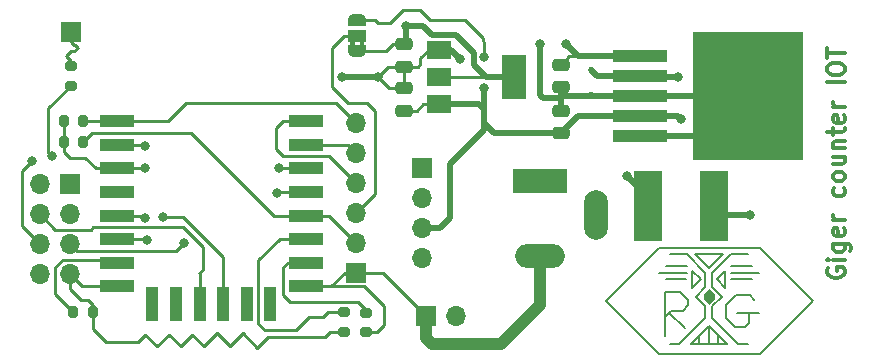
<source format=gbr>
%TF.GenerationSoftware,KiCad,Pcbnew,6.0.11-2627ca5db0~126~ubuntu20.04.1*%
%TF.CreationDate,2023-04-18T17:20:39+02:00*%
%TF.ProjectId,Giger-counter-addon,47696765-722d-4636-9f75-6e7465722d61,rev?*%
%TF.SameCoordinates,Original*%
%TF.FileFunction,Copper,L1,Top*%
%TF.FilePolarity,Positive*%
%FSLAX46Y46*%
G04 Gerber Fmt 4.6, Leading zero omitted, Abs format (unit mm)*
G04 Created by KiCad (PCBNEW 6.0.11-2627ca5db0~126~ubuntu20.04.1) date 2023-04-18 17:20:39*
%MOMM*%
%LPD*%
G01*
G04 APERTURE LIST*
G04 Aperture macros list*
%AMRoundRect*
0 Rectangle with rounded corners*
0 $1 Rounding radius*
0 $2 $3 $4 $5 $6 $7 $8 $9 X,Y pos of 4 corners*
0 Add a 4 corners polygon primitive as box body*
4,1,4,$2,$3,$4,$5,$6,$7,$8,$9,$2,$3,0*
0 Add four circle primitives for the rounded corners*
1,1,$1+$1,$2,$3*
1,1,$1+$1,$4,$5*
1,1,$1+$1,$6,$7*
1,1,$1+$1,$8,$9*
0 Add four rect primitives between the rounded corners*
20,1,$1+$1,$2,$3,$4,$5,0*
20,1,$1+$1,$4,$5,$6,$7,0*
20,1,$1+$1,$6,$7,$8,$9,0*
20,1,$1+$1,$8,$9,$2,$3,0*%
%AMFreePoly0*
4,1,22,0.550000,-0.750000,0.000000,-0.750000,0.000000,-0.745033,-0.079941,-0.743568,-0.215256,-0.701293,-0.333266,-0.622738,-0.424486,-0.514219,-0.481581,-0.384460,-0.499164,-0.250000,-0.500000,-0.250000,-0.500000,0.250000,-0.499164,0.250000,-0.499963,0.256109,-0.478152,0.396186,-0.417904,0.524511,-0.324060,0.630769,-0.204165,0.706417,-0.067858,0.745374,0.000000,0.744959,0.000000,0.750000,
0.550000,0.750000,0.550000,-0.750000,0.550000,-0.750000,$1*%
%AMFreePoly1*
4,1,20,0.000000,0.744959,0.073905,0.744508,0.209726,0.703889,0.328688,0.626782,0.421226,0.519385,0.479903,0.390333,0.500000,0.250000,0.500000,-0.250000,0.499851,-0.262216,0.476331,-0.402017,0.414519,-0.529596,0.319384,-0.634700,0.198574,-0.708877,0.061801,-0.746166,0.000000,-0.745033,0.000000,-0.750000,-0.550000,-0.750000,-0.550000,0.750000,0.000000,0.750000,0.000000,0.744959,
0.000000,0.744959,$1*%
G04 Aperture macros list end*
%ADD10C,0.300000*%
%TA.AperFunction,NonConductor*%
%ADD11C,0.300000*%
%TD*%
%TA.AperFunction,EtchedComponent*%
%ADD12C,0.150000*%
%TD*%
%TA.AperFunction,EtchedComponent*%
%ADD13C,0.100000*%
%TD*%
%TA.AperFunction,SMDPad,CuDef*%
%ADD14R,2.000000X1.500000*%
%TD*%
%TA.AperFunction,SMDPad,CuDef*%
%ADD15R,2.000000X3.800000*%
%TD*%
%TA.AperFunction,SMDPad,CuDef*%
%ADD16R,3.000000X1.000000*%
%TD*%
%TA.AperFunction,SMDPad,CuDef*%
%ADD17R,1.000000X3.000000*%
%TD*%
%TA.AperFunction,SMDPad,CuDef*%
%ADD18RoundRect,0.200000X0.200000X0.275000X-0.200000X0.275000X-0.200000X-0.275000X0.200000X-0.275000X0*%
%TD*%
%TA.AperFunction,SMDPad,CuDef*%
%ADD19RoundRect,0.200000X-0.275000X0.200000X-0.275000X-0.200000X0.275000X-0.200000X0.275000X0.200000X0*%
%TD*%
%TA.AperFunction,ComponentPad*%
%ADD20R,1.700000X1.700000*%
%TD*%
%TA.AperFunction,ComponentPad*%
%ADD21O,1.700000X1.700000*%
%TD*%
%TA.AperFunction,SMDPad,CuDef*%
%ADD22RoundRect,0.250000X0.475000X-0.250000X0.475000X0.250000X-0.475000X0.250000X-0.475000X-0.250000X0*%
%TD*%
%TA.AperFunction,SMDPad,CuDef*%
%ADD23RoundRect,0.200000X-0.200000X-0.275000X0.200000X-0.275000X0.200000X0.275000X-0.200000X0.275000X0*%
%TD*%
%TA.AperFunction,SMDPad,CuDef*%
%ADD24RoundRect,0.250000X-0.475000X0.250000X-0.475000X-0.250000X0.475000X-0.250000X0.475000X0.250000X0*%
%TD*%
%TA.AperFunction,ComponentPad*%
%ADD25R,4.600000X2.000000*%
%TD*%
%TA.AperFunction,ComponentPad*%
%ADD26O,4.200000X2.000000*%
%TD*%
%TA.AperFunction,ComponentPad*%
%ADD27O,2.000000X4.200000*%
%TD*%
%TA.AperFunction,SMDPad,CuDef*%
%ADD28RoundRect,0.200000X0.275000X-0.200000X0.275000X0.200000X-0.275000X0.200000X-0.275000X-0.200000X0*%
%TD*%
%TA.AperFunction,SMDPad,CuDef*%
%ADD29R,0.450000X0.600000*%
%TD*%
%TA.AperFunction,SMDPad,CuDef*%
%ADD30R,2.450000X5.900000*%
%TD*%
%TA.AperFunction,SMDPad,CuDef*%
%ADD31FreePoly0,90.000000*%
%TD*%
%TA.AperFunction,SMDPad,CuDef*%
%ADD32R,1.500000X1.000000*%
%TD*%
%TA.AperFunction,SMDPad,CuDef*%
%ADD33FreePoly1,90.000000*%
%TD*%
%TA.AperFunction,SMDPad,CuDef*%
%ADD34R,4.600000X1.100000*%
%TD*%
%TA.AperFunction,SMDPad,CuDef*%
%ADD35R,9.400000X10.800000*%
%TD*%
%TA.AperFunction,ViaPad*%
%ADD36C,0.800000*%
%TD*%
%TA.AperFunction,Conductor*%
%ADD37C,0.500000*%
%TD*%
%TA.AperFunction,Conductor*%
%ADD38C,0.250000*%
%TD*%
%TA.AperFunction,Conductor*%
%ADD39C,1.000000*%
%TD*%
G04 APERTURE END LIST*
D10*
D11*
X156222000Y-122359428D02*
X156150571Y-122502285D01*
X156150571Y-122716571D01*
X156222000Y-122930857D01*
X156364857Y-123073714D01*
X156507714Y-123145142D01*
X156793428Y-123216571D01*
X157007714Y-123216571D01*
X157293428Y-123145142D01*
X157436285Y-123073714D01*
X157579142Y-122930857D01*
X157650571Y-122716571D01*
X157650571Y-122573714D01*
X157579142Y-122359428D01*
X157507714Y-122288000D01*
X157007714Y-122288000D01*
X157007714Y-122573714D01*
X157650571Y-121645142D02*
X156650571Y-121645142D01*
X156150571Y-121645142D02*
X156222000Y-121716571D01*
X156293428Y-121645142D01*
X156222000Y-121573714D01*
X156150571Y-121645142D01*
X156293428Y-121645142D01*
X156650571Y-120288000D02*
X157864857Y-120288000D01*
X158007714Y-120359428D01*
X158079142Y-120430857D01*
X158150571Y-120573714D01*
X158150571Y-120788000D01*
X158079142Y-120930857D01*
X157579142Y-120288000D02*
X157650571Y-120430857D01*
X157650571Y-120716571D01*
X157579142Y-120859428D01*
X157507714Y-120930857D01*
X157364857Y-121002285D01*
X156936285Y-121002285D01*
X156793428Y-120930857D01*
X156722000Y-120859428D01*
X156650571Y-120716571D01*
X156650571Y-120430857D01*
X156722000Y-120288000D01*
X157579142Y-119002285D02*
X157650571Y-119145142D01*
X157650571Y-119430857D01*
X157579142Y-119573714D01*
X157436285Y-119645142D01*
X156864857Y-119645142D01*
X156722000Y-119573714D01*
X156650571Y-119430857D01*
X156650571Y-119145142D01*
X156722000Y-119002285D01*
X156864857Y-118930857D01*
X157007714Y-118930857D01*
X157150571Y-119645142D01*
X157650571Y-118288000D02*
X156650571Y-118288000D01*
X156936285Y-118288000D02*
X156793428Y-118216571D01*
X156722000Y-118145142D01*
X156650571Y-118002285D01*
X156650571Y-117859428D01*
X157579142Y-115573714D02*
X157650571Y-115716571D01*
X157650571Y-116002285D01*
X157579142Y-116145142D01*
X157507714Y-116216571D01*
X157364857Y-116288000D01*
X156936285Y-116288000D01*
X156793428Y-116216571D01*
X156722000Y-116145142D01*
X156650571Y-116002285D01*
X156650571Y-115716571D01*
X156722000Y-115573714D01*
X157650571Y-114716571D02*
X157579142Y-114859428D01*
X157507714Y-114930857D01*
X157364857Y-115002285D01*
X156936285Y-115002285D01*
X156793428Y-114930857D01*
X156722000Y-114859428D01*
X156650571Y-114716571D01*
X156650571Y-114502285D01*
X156722000Y-114359428D01*
X156793428Y-114288000D01*
X156936285Y-114216571D01*
X157364857Y-114216571D01*
X157507714Y-114288000D01*
X157579142Y-114359428D01*
X157650571Y-114502285D01*
X157650571Y-114716571D01*
X156650571Y-112930857D02*
X157650571Y-112930857D01*
X156650571Y-113573714D02*
X157436285Y-113573714D01*
X157579142Y-113502285D01*
X157650571Y-113359428D01*
X157650571Y-113145142D01*
X157579142Y-113002285D01*
X157507714Y-112930857D01*
X156650571Y-112216571D02*
X157650571Y-112216571D01*
X156793428Y-112216571D02*
X156722000Y-112145142D01*
X156650571Y-112002285D01*
X156650571Y-111788000D01*
X156722000Y-111645142D01*
X156864857Y-111573714D01*
X157650571Y-111573714D01*
X156650571Y-111073714D02*
X156650571Y-110502285D01*
X156150571Y-110859428D02*
X157436285Y-110859428D01*
X157579142Y-110788000D01*
X157650571Y-110645142D01*
X157650571Y-110502285D01*
X157579142Y-109430857D02*
X157650571Y-109573714D01*
X157650571Y-109859428D01*
X157579142Y-110002285D01*
X157436285Y-110073714D01*
X156864857Y-110073714D01*
X156722000Y-110002285D01*
X156650571Y-109859428D01*
X156650571Y-109573714D01*
X156722000Y-109430857D01*
X156864857Y-109359428D01*
X157007714Y-109359428D01*
X157150571Y-110073714D01*
X157650571Y-108716571D02*
X156650571Y-108716571D01*
X156936285Y-108716571D02*
X156793428Y-108645142D01*
X156722000Y-108573714D01*
X156650571Y-108430857D01*
X156650571Y-108288000D01*
X157650571Y-106645142D02*
X156150571Y-106645142D01*
X156150571Y-105645142D02*
X156150571Y-105359428D01*
X156222000Y-105216571D01*
X156364857Y-105073714D01*
X156650571Y-105002285D01*
X157150571Y-105002285D01*
X157436285Y-105073714D01*
X157579142Y-105216571D01*
X157650571Y-105359428D01*
X157650571Y-105645142D01*
X157579142Y-105788000D01*
X157436285Y-105930857D01*
X157150571Y-106002285D01*
X156650571Y-106002285D01*
X156364857Y-105930857D01*
X156222000Y-105788000D01*
X156150571Y-105645142D01*
X156150571Y-104573714D02*
X156150571Y-103716571D01*
X157650571Y-104145142D02*
X156150571Y-104145142D01*
D12*
%TO.C,REF\u002A\u002A*%
X147538000Y-122623000D02*
X147538000Y-124023000D01*
X149538000Y-126123000D02*
X149538000Y-127023000D01*
X143688000Y-124373000D02*
X144388000Y-125073000D01*
X146438000Y-126573000D02*
X148638000Y-128773000D01*
X145838000Y-125573000D02*
X145038000Y-124773000D01*
X144238000Y-122773000D02*
X141888000Y-122773000D01*
X142438000Y-124373000D02*
X142438000Y-128073000D01*
X141938000Y-129673000D02*
X137438000Y-125173000D01*
X144738000Y-122623000D02*
X144738000Y-124073000D01*
X145438000Y-123323000D02*
X144738000Y-122623000D01*
X146438000Y-126573000D02*
X146438000Y-125573000D01*
X147338000Y-121173000D02*
X146138000Y-122373000D01*
X150438000Y-120673000D02*
X154938000Y-125173000D01*
X146838000Y-123323000D02*
X147538000Y-122623000D01*
X146838000Y-123323000D02*
X147538000Y-124023000D01*
X141938000Y-120673000D02*
X150438000Y-120673000D01*
X150438000Y-129673000D02*
X141938000Y-129673000D01*
X148038000Y-123273000D02*
X149788000Y-123273000D01*
X145338000Y-128073000D02*
X145338000Y-128773000D01*
X144238000Y-122223000D02*
X142488000Y-122223000D01*
X142788000Y-126123000D02*
X144138000Y-127473000D01*
X148038000Y-122773000D02*
X150388000Y-122773000D01*
X149588000Y-124673000D02*
X149988000Y-125073000D01*
X145838000Y-122773000D02*
X144238000Y-121173000D01*
X148388000Y-124673000D02*
X149588000Y-124673000D01*
X146438000Y-125573000D02*
X147238000Y-124773000D01*
X144388000Y-125523000D02*
X143938000Y-125973000D01*
X147638000Y-128773000D02*
X144638000Y-128773000D01*
X144238000Y-121173000D02*
X142838000Y-121173000D01*
X148338000Y-127373000D02*
X147588000Y-126623000D01*
X146138000Y-127273000D02*
X144638000Y-128773000D01*
X144738000Y-124073000D02*
X145438000Y-123323000D01*
X142938000Y-125973000D02*
X142438000Y-126473000D01*
X137438000Y-125173000D02*
X141938000Y-120673000D01*
X146138000Y-122373000D02*
X144938000Y-121173000D01*
X144388000Y-125073000D02*
X144388000Y-125523000D01*
X147238000Y-124773000D02*
X146438000Y-123973000D01*
X154938000Y-125173000D02*
X150438000Y-129673000D01*
X149188000Y-127373000D02*
X148338000Y-127373000D01*
X142438000Y-124373000D02*
X143688000Y-124373000D01*
X148038000Y-121173000D02*
X149438000Y-121173000D01*
X147588000Y-126623000D02*
X147588000Y-125473000D01*
X145038000Y-124773000D02*
X145838000Y-123973000D01*
X144188000Y-123273000D02*
X142488000Y-123273000D01*
X145838000Y-126573000D02*
X145838000Y-125573000D01*
X148638000Y-128773000D02*
X149438000Y-128773000D01*
X143638000Y-128773000D02*
X142838000Y-128773000D01*
X147638000Y-128773000D02*
X146138000Y-127273000D01*
X146438000Y-122773000D02*
X148038000Y-121173000D01*
X150338000Y-126123000D02*
X148538000Y-126123000D01*
X146138000Y-127323000D02*
X146138000Y-128773000D01*
X146888000Y-128773000D02*
X146888000Y-128073000D01*
X149538000Y-127023000D02*
X149188000Y-127373000D01*
X145838000Y-123973000D02*
X145838000Y-122773000D01*
X145838000Y-126573000D02*
X143638000Y-128773000D01*
X148038000Y-122223000D02*
X149788000Y-122223000D01*
X143938000Y-125973000D02*
X142938000Y-125973000D01*
X147588000Y-125473000D02*
X148388000Y-124673000D01*
X144938000Y-121173000D02*
X147338000Y-121173000D01*
X146438000Y-123973000D02*
X146438000Y-122773000D01*
G36*
X146538000Y-124573000D02*
G01*
X146538000Y-124973000D01*
X146138000Y-125373000D01*
X145738000Y-124973000D01*
X145738000Y-124573000D01*
X146138000Y-124173000D01*
X146538000Y-124573000D01*
G37*
D13*
X146538000Y-124573000D02*
X146538000Y-124973000D01*
X146138000Y-125373000D01*
X145738000Y-124973000D01*
X145738000Y-124573000D01*
X146138000Y-124173000D01*
X146538000Y-124573000D01*
%TO.C,JP1*%
G36*
X116170000Y-103580000D02*
G01*
X115770000Y-103580000D01*
X115770000Y-103080000D01*
X116170000Y-103080000D01*
X116170000Y-103580000D01*
G37*
G36*
X116970000Y-103580000D02*
G01*
X116570000Y-103580000D01*
X116570000Y-103080000D01*
X116970000Y-103080000D01*
X116970000Y-103580000D01*
G37*
%TD*%
D14*
%TO.P,U2,1,GND*%
%TO.N,GND*%
X123320000Y-103870000D03*
D15*
%TO.P,U2,2,VO*%
%TO.N,+3.3V*%
X129620000Y-106170000D03*
D14*
X123320000Y-106170000D03*
%TO.P,U2,3,VI*%
%TO.N,+5V*%
X123320000Y-108470000D03*
%TD*%
D16*
%TO.P,U3,1,~{RST}*%
%TO.N,/Reset*%
X96005000Y-109920000D03*
%TO.P,U3,2,ADC*%
%TO.N,/ADC*%
X96005000Y-111920000D03*
%TO.P,U3,3,EN*%
%TO.N,+3.3V*%
X96005000Y-113920000D03*
%TO.P,U3,4,IO16*%
%TO.N,unconnected-(U3-Pad4)*%
X96005000Y-115920000D03*
%TO.P,U3,5,IO14*%
%TO.N,BEEPER*%
X96005000Y-117920000D03*
%TO.P,U3,6,IO12*%
%TO.N,/GPIO-12*%
X96005000Y-119920000D03*
%TO.P,U3,7,IO13*%
%TO.N,Net-(R5-Pad2)*%
X96005000Y-121920000D03*
%TO.P,U3,8,VCC*%
%TO.N,+3.3V*%
X96005000Y-123920000D03*
D17*
%TO.P,U3,9,CS0*%
%TO.N,unconnected-(U3-Pad9)*%
X99005000Y-125420000D03*
%TO.P,U3,10,MISO*%
%TO.N,unconnected-(U3-Pad10)*%
X101005000Y-125420000D03*
%TO.P,U3,11,IO9*%
%TO.N,/GPIO-9*%
X103005000Y-125420000D03*
%TO.P,U3,12,IO10*%
%TO.N,/GPIO-10*%
X105005000Y-125420000D03*
%TO.P,U3,13,MOSI*%
%TO.N,unconnected-(U3-Pad13)*%
X107005000Y-125420000D03*
%TO.P,U3,14,SCLK*%
%TO.N,unconnected-(U3-Pad14)*%
X109005000Y-125420000D03*
D16*
%TO.P,U3,15,GND*%
%TO.N,GND*%
X112005000Y-123920000D03*
%TO.P,U3,16,IO15*%
%TO.N,Net-(R3-Pad1)*%
X112005000Y-121920000D03*
%TO.P,U3,17,IO2*%
%TO.N,Net-(R4-Pad2)*%
X112005000Y-119920000D03*
%TO.P,U3,18,IO0*%
%TO.N,/GPIO-0*%
X112005000Y-117920000D03*
%TO.P,U3,19,IO4*%
%TO.N,Pulse_pin*%
X112005000Y-115920000D03*
%TO.P,U3,20,IO5*%
%TO.N,/GPIO-5*%
X112005000Y-113920000D03*
%TO.P,U3,21,IO3/RXD0*%
%TO.N,/Rx*%
X112005000Y-111920000D03*
%TO.P,U3,22,IO1/TXD0*%
%TO.N,/Tx*%
X112005000Y-109920000D03*
%TD*%
D18*
%TO.P,R5,1*%
%TO.N,+3.3V*%
X93985000Y-126110000D03*
%TO.P,R5,2*%
%TO.N,Net-(R5-Pad2)*%
X92335000Y-126110000D03*
%TD*%
D19*
%TO.P,R3,1*%
%TO.N,Net-(R3-Pad1)*%
X117090000Y-126125000D03*
%TO.P,R3,2*%
%TO.N,GND*%
X117090000Y-127775000D03*
%TD*%
D20*
%TO.P,J3,1,Pin_1*%
%TO.N,GND*%
X121870000Y-113870000D03*
D21*
%TO.P,J3,2,Pin_2*%
%TO.N,Pulse_pin*%
X121870000Y-116410000D03*
%TO.P,J3,3,Pin_3*%
%TO.N,+5V*%
X121870000Y-118950000D03*
%TO.P,J3,4,Pin_4*%
%TO.N,+9V*%
X121870000Y-121490000D03*
%TD*%
D20*
%TO.P,J4,1,Pin_1*%
%TO.N,GND*%
X116270000Y-122780000D03*
D21*
%TO.P,J4,2,Pin_2*%
%TO.N,/GPIO-0*%
X116270000Y-120240000D03*
%TO.P,J4,3,Pin_3*%
%TO.N,Net-(J4-Pad3)*%
X116270000Y-117700000D03*
%TO.P,J4,4,Pin_4*%
%TO.N,/Tx*%
X116270000Y-115160000D03*
%TO.P,J4,5,Pin_5*%
%TO.N,/Rx*%
X116270000Y-112620000D03*
%TO.P,J4,6,Pin_6*%
%TO.N,/Reset*%
X116270000Y-110080000D03*
%TD*%
D22*
%TO.P,C3,1*%
%TO.N,+5V*%
X120350000Y-109020000D03*
%TO.P,C3,2*%
%TO.N,GND*%
X120350000Y-107120000D03*
%TD*%
D23*
%TO.P,R2,1*%
%TO.N,+3.3V*%
X91525000Y-111650000D03*
%TO.P,R2,2*%
%TO.N,/GPIO-0*%
X93175000Y-111650000D03*
%TD*%
D24*
%TO.P,C4,1*%
%TO.N,+3.3V*%
X120350000Y-103430000D03*
%TO.P,C4,2*%
%TO.N,GND*%
X120350000Y-105330000D03*
%TD*%
%TO.P,C1,1*%
%TO.N,+9V*%
X133600000Y-105150000D03*
%TO.P,C1,2*%
%TO.N,GND*%
X133600000Y-107050000D03*
%TD*%
D20*
%TO.P,J1,1,Pin_1*%
%TO.N,GND*%
X92060000Y-115270000D03*
D21*
%TO.P,J1,2,Pin_2*%
%TO.N,/GPIO-12*%
X89520000Y-115270000D03*
%TO.P,J1,3,Pin_3*%
%TO.N,/GPIO-10*%
X92060000Y-117810000D03*
%TO.P,J1,4,Pin_4*%
%TO.N,/GPIO-9*%
X89520000Y-117810000D03*
%TO.P,J1,5,Pin_5*%
%TO.N,/GPIO-5*%
X92060000Y-120350000D03*
%TO.P,J1,6,Pin_6*%
%TO.N,/ADC*%
X89520000Y-120350000D03*
%TO.P,J1,7,Pin_7*%
%TO.N,+3.3V*%
X92060000Y-122890000D03*
%TO.P,J1,8,Pin_8*%
%TO.N,+5V*%
X89520000Y-122890000D03*
%TD*%
D19*
%TO.P,R6,1*%
%TO.N,Net-(J2-Pad1)*%
X92100000Y-105275000D03*
%TO.P,R6,2*%
%TO.N,BEEPER*%
X92100000Y-106925000D03*
%TD*%
D25*
%TO.P,J6,1*%
%TO.N,+9V*%
X131800000Y-115000000D03*
D26*
%TO.P,J6,2*%
%TO.N,GND*%
X131800000Y-121300000D03*
D27*
%TO.P,J6,3*%
%TO.N,unconnected-(J6-Pad3)*%
X136600000Y-117900000D03*
%TD*%
D22*
%TO.P,C2,1*%
%TO.N,+5V*%
X133604000Y-110932000D03*
%TO.P,C2,2*%
%TO.N,GND*%
X133604000Y-109032000D03*
%TD*%
D20*
%TO.P,J5,1,Pin_1*%
%TO.N,GND*%
X122200000Y-126400000D03*
D21*
%TO.P,J5,2,Pin_2*%
%TO.N,+9V*%
X124740000Y-126400000D03*
%TD*%
D20*
%TO.P,J2,1,Pin_1*%
%TO.N,Net-(J2-Pad1)*%
X92120000Y-102400000D03*
%TD*%
D28*
%TO.P,R4,1*%
%TO.N,+3.3V*%
X115260000Y-127745000D03*
%TO.P,R4,2*%
%TO.N,Net-(R4-Pad2)*%
X115260000Y-126095000D03*
%TD*%
D23*
%TO.P,R1,1*%
%TO.N,+3.3V*%
X91525000Y-109920000D03*
%TO.P,R1,2*%
%TO.N,/Reset*%
X93175000Y-109920000D03*
%TD*%
D29*
%TO.P,D1,1,K*%
%TO.N,Net-(D1-Pad1)*%
X136144000Y-105630000D03*
%TO.P,D1,2,A*%
%TO.N,GND*%
X136144000Y-107730000D03*
%TD*%
D30*
%TO.P,L1,1,1*%
%TO.N,Net-(D1-Pad1)*%
X141008000Y-117094000D03*
%TO.P,L1,2,2*%
%TO.N,+5V*%
X146558000Y-117094000D03*
%TD*%
D31*
%TO.P,JP1,1,A*%
%TO.N,+3.3V*%
X116370000Y-103980000D03*
D32*
%TO.P,JP1,2,C*%
%TO.N,Net-(J4-Pad3)*%
X116370000Y-102680000D03*
D33*
%TO.P,JP1,3,B*%
%TO.N,+5V*%
X116370000Y-101380000D03*
%TD*%
D34*
%TO.P,U1,1,VIN*%
%TO.N,+9V*%
X140275000Y-104420000D03*
%TO.P,U1,2,OUT*%
%TO.N,Net-(D1-Pad1)*%
X140275000Y-106120000D03*
%TO.P,U1,3,GND*%
%TO.N,GND*%
X140275000Y-107820000D03*
D35*
X149425000Y-107820000D03*
D34*
%TO.P,U1,4,FB*%
%TO.N,+5V*%
X140275000Y-109520000D03*
%TO.P,U1,5,~{ON}/OFF*%
%TO.N,GND*%
X140275000Y-111220000D03*
%TD*%
D36*
%TO.N,+9V*%
X134000000Y-103400000D03*
%TO.N,GND*%
X131800000Y-103400000D03*
X125100000Y-104700000D03*
X118100000Y-106200000D03*
X115100000Y-106200000D03*
%TO.N,+5V*%
X149606000Y-117856000D03*
X127100000Y-104500000D03*
X143764000Y-109728000D03*
X127100000Y-107100000D03*
%TO.N,+3.3V*%
X98400000Y-113900000D03*
X120500000Y-101900000D03*
%TO.N,Net-(D1-Pad1)*%
X139192000Y-114554000D03*
X143510000Y-106172000D03*
%TO.N,/GPIO-12*%
X98600000Y-120000000D03*
%TO.N,/GPIO-10*%
X99900000Y-118000000D03*
%TO.N,/GPIO-5*%
X109700000Y-113900000D03*
X101700000Y-120200000D03*
%TO.N,/ADC*%
X88800000Y-113300000D03*
X98400000Y-112000000D03*
%TO.N,BEEPER*%
X90500000Y-112900000D03*
X98400000Y-118100000D03*
%TO.N,Pulse_pin*%
X109600000Y-116000000D03*
%TD*%
D37*
%TO.N,+9V*%
X137186000Y-104420000D02*
X137575000Y-104420000D01*
D38*
X133600000Y-105150000D02*
X134330000Y-104420000D01*
D37*
X135020000Y-104420000D02*
X137186000Y-104420000D01*
D38*
X134330000Y-104420000D02*
X135220000Y-104420000D01*
D37*
X137186000Y-104420000D02*
X140275000Y-104420000D01*
X134000000Y-103400000D02*
X135020000Y-104420000D01*
D38*
X135220000Y-104420000D02*
X137575000Y-104420000D01*
D37*
X135020000Y-104420000D02*
X135220000Y-104420000D01*
%TO.N,GND*%
X134370000Y-107820000D02*
X133734000Y-107820000D01*
X140275000Y-111220000D02*
X146025000Y-111220000D01*
D39*
X122682000Y-128778000D02*
X122174000Y-128270000D01*
D38*
X123320000Y-103870000D02*
X122430000Y-103870000D01*
D37*
X115100000Y-106200000D02*
X118100000Y-106200000D01*
X131800000Y-103400000D02*
X131800000Y-107670000D01*
D38*
X121700000Y-105100000D02*
X121470000Y-105330000D01*
X118970000Y-105330000D02*
X118100000Y-106200000D01*
X113520000Y-123920000D02*
X112005000Y-123920000D01*
X114180000Y-123920000D02*
X113520000Y-123920000D01*
D37*
X133600000Y-107686000D02*
X133734000Y-107820000D01*
D38*
X116270000Y-122780000D02*
X115320000Y-122780000D01*
D37*
X133734000Y-107820000D02*
X133604000Y-107950000D01*
D39*
X122174000Y-128270000D02*
X122174000Y-126426000D01*
D38*
X121700000Y-104600000D02*
X121700000Y-105100000D01*
D37*
X133600000Y-107050000D02*
X133600000Y-107686000D01*
D38*
X118600000Y-125600000D02*
X118600000Y-127200000D01*
X118580000Y-122780000D02*
X122200000Y-126400000D01*
D37*
X124270000Y-103870000D02*
X125100000Y-104700000D01*
D39*
X131800000Y-121300000D02*
X131800000Y-125502000D01*
X128524000Y-128778000D02*
X122682000Y-128778000D01*
D37*
X146025000Y-111220000D02*
X149425000Y-107820000D01*
X132080000Y-107950000D02*
X133604000Y-107950000D01*
D38*
X120350000Y-107120000D02*
X119020000Y-107120000D01*
D37*
X147265000Y-107280000D02*
X146725000Y-107820000D01*
D38*
X120350000Y-105330000D02*
X120350000Y-107120000D01*
X118025000Y-127775000D02*
X117090000Y-127775000D01*
X119020000Y-107120000D02*
X118100000Y-106200000D01*
X120350000Y-105330000D02*
X118970000Y-105330000D01*
D37*
X133604000Y-107950000D02*
X133604000Y-109032000D01*
X137575000Y-107820000D02*
X146725000Y-107820000D01*
X123320000Y-103870000D02*
X124270000Y-103870000D01*
D39*
X122174000Y-126426000D02*
X122200000Y-126400000D01*
D38*
X115320000Y-122780000D02*
X114180000Y-123920000D01*
D39*
X131800000Y-125502000D02*
X128524000Y-128778000D01*
D38*
X116270000Y-122780000D02*
X118580000Y-122780000D01*
X116920000Y-123920000D02*
X118600000Y-125600000D01*
X121470000Y-105330000D02*
X120350000Y-105330000D01*
D37*
X131800000Y-107670000D02*
X132080000Y-107950000D01*
X137575000Y-107820000D02*
X134370000Y-107820000D01*
D38*
X122430000Y-103870000D02*
X121700000Y-104600000D01*
X113520000Y-123920000D02*
X116920000Y-123920000D01*
X118600000Y-127200000D02*
X118025000Y-127775000D01*
D37*
X137575000Y-107820000D02*
X134555051Y-107820000D01*
D38*
%TO.N,+5V*%
X119100000Y-101600000D02*
X120200000Y-100500000D01*
X120350000Y-109020000D02*
X121380000Y-109020000D01*
X118000000Y-101500000D02*
X118100000Y-101600000D01*
D37*
X135016000Y-109520000D02*
X133604000Y-110932000D01*
X127100000Y-109374000D02*
X127100000Y-108866000D01*
D38*
X127012000Y-103112000D02*
X127100000Y-103200000D01*
D37*
X127508000Y-110490000D02*
X127100000Y-110082000D01*
X137575000Y-109520000D02*
X140880000Y-109520000D01*
X127100000Y-108866000D02*
X126704000Y-108470000D01*
D38*
X121700000Y-100500000D02*
X122546000Y-101346000D01*
D37*
X133604000Y-110932000D02*
X127950000Y-110932000D01*
X126704000Y-108470000D02*
X123320000Y-108470000D01*
X147555000Y-117856000D02*
X147047000Y-117348000D01*
X127950000Y-110932000D02*
X127508000Y-110490000D01*
D38*
X121930000Y-108470000D02*
X123320000Y-108470000D01*
D37*
X123366000Y-118950000D02*
X121870000Y-118950000D01*
X127100000Y-110644000D02*
X124206000Y-113538000D01*
X137575000Y-109520000D02*
X135016000Y-109520000D01*
D38*
X120200000Y-100500000D02*
X121700000Y-100500000D01*
X127012000Y-102882000D02*
X127012000Y-103112000D01*
D37*
X149606000Y-117856000D02*
X147555000Y-117856000D01*
X127100000Y-109374000D02*
X127100000Y-110644000D01*
D38*
X125476000Y-101346000D02*
X127012000Y-102882000D01*
D37*
X143556000Y-109520000D02*
X143764000Y-109728000D01*
X124206000Y-118110000D02*
X123366000Y-118950000D01*
D38*
X118100000Y-101600000D02*
X119100000Y-101600000D01*
X116370000Y-101380000D02*
X117880000Y-101380000D01*
X121380000Y-109020000D02*
X121930000Y-108470000D01*
D37*
X124206000Y-113538000D02*
X124206000Y-118110000D01*
D38*
X122546000Y-101346000D02*
X125476000Y-101346000D01*
D37*
X127100000Y-110082000D02*
X127100000Y-109374000D01*
D38*
X127100000Y-103200000D02*
X127100000Y-104500000D01*
X117880000Y-101380000D02*
X118000000Y-101500000D01*
D37*
X127100000Y-108866000D02*
X127100000Y-107100000D01*
X140275000Y-109520000D02*
X143556000Y-109520000D01*
%TO.N,+3.3V*%
X122682000Y-102616000D02*
X124714000Y-102616000D01*
X127510000Y-106170000D02*
X129620000Y-106170000D01*
D38*
X93000000Y-125100000D02*
X93600000Y-125100000D01*
X98400000Y-128000000D02*
X99400000Y-129000000D01*
X91525000Y-111650000D02*
X91525000Y-112525000D01*
X93090000Y-123920000D02*
X92060000Y-122890000D01*
X99400000Y-129000000D02*
X100400000Y-128000000D01*
X102400000Y-128000000D02*
X103400000Y-129000000D01*
X120320000Y-103400000D02*
X120350000Y-103430000D01*
X113600000Y-128200000D02*
X114055000Y-127745000D01*
X92060000Y-122890000D02*
X92060000Y-124160000D01*
X95100000Y-128600000D02*
X97800000Y-128600000D01*
X93985000Y-125485000D02*
X93985000Y-126110000D01*
X116370000Y-103980000D02*
X118822000Y-103980000D01*
X93985000Y-127485000D02*
X95100000Y-128600000D01*
X100400000Y-128000000D02*
X101400000Y-129000000D01*
X92060000Y-124160000D02*
X93000000Y-125100000D01*
X107900000Y-129100000D02*
X108800000Y-128200000D01*
X124630000Y-106170000D02*
X123320000Y-106170000D01*
X118822000Y-103980000D02*
X119402000Y-103400000D01*
X106700000Y-127900000D02*
X107900000Y-129100000D01*
D37*
X126238000Y-105156000D02*
X127252000Y-106170000D01*
D38*
X93985000Y-126110000D02*
X93985000Y-127485000D01*
X104500000Y-127900000D02*
X105600000Y-129000000D01*
X98380000Y-113920000D02*
X98400000Y-113900000D01*
D37*
X120500000Y-101900000D02*
X120500000Y-103280000D01*
D38*
X103400000Y-129000000D02*
X104500000Y-127900000D01*
X96005000Y-113920000D02*
X94220000Y-113920000D01*
D37*
X120500000Y-103280000D02*
X120350000Y-103430000D01*
D38*
X108800000Y-128200000D02*
X113600000Y-128200000D01*
X91525000Y-109920000D02*
X91525000Y-111650000D01*
X127510000Y-106170000D02*
X124630000Y-106170000D01*
D37*
X127252000Y-106170000D02*
X127510000Y-106170000D01*
X126238000Y-104140000D02*
X126238000Y-105156000D01*
D38*
X101400000Y-129000000D02*
X102400000Y-128000000D01*
X94220000Y-113920000D02*
X93300000Y-113000000D01*
D37*
X120500000Y-101900000D02*
X121966000Y-101900000D01*
D38*
X119402000Y-103400000D02*
X120320000Y-103400000D01*
X96005000Y-113920000D02*
X98380000Y-113920000D01*
D37*
X124714000Y-102616000D02*
X126238000Y-104140000D01*
X121966000Y-101900000D02*
X122682000Y-102616000D01*
D38*
X105600000Y-129000000D02*
X106700000Y-127900000D01*
X114055000Y-127745000D02*
X115260000Y-127745000D01*
X91525000Y-112525000D02*
X92000000Y-113000000D01*
X92000000Y-113000000D02*
X93300000Y-113000000D01*
X96005000Y-123920000D02*
X93090000Y-123920000D01*
X93600000Y-125100000D02*
X93985000Y-125485000D01*
X97800000Y-128600000D02*
X98400000Y-128000000D01*
D37*
%TO.N,Net-(D1-Pad1)*%
X136634000Y-106120000D02*
X136144000Y-105630000D01*
X143510000Y-106172000D02*
X140327000Y-106172000D01*
X140275000Y-106120000D02*
X136634000Y-106120000D01*
X140327000Y-106172000D02*
X140275000Y-106120000D01*
X141497000Y-116859000D02*
X139192000Y-114554000D01*
D38*
%TO.N,/GPIO-12*%
X98520000Y-119920000D02*
X98600000Y-120000000D01*
X96005000Y-119920000D02*
X98520000Y-119920000D01*
%TO.N,/GPIO-10*%
X105005000Y-125420000D02*
X105005000Y-121405000D01*
X101600000Y-118000000D02*
X99900000Y-118000000D01*
X105005000Y-121405000D02*
X101600000Y-118000000D01*
%TO.N,/GPIO-9*%
X90810000Y-119100000D02*
X93800000Y-119100000D01*
X89520000Y-117810000D02*
X90810000Y-119100000D01*
X94000000Y-118900000D02*
X101600000Y-118900000D01*
X103300000Y-120600000D02*
X103300000Y-122500000D01*
X93800000Y-119100000D02*
X94000000Y-118900000D01*
X101600000Y-118900000D02*
X103300000Y-120600000D01*
X103000000Y-122800000D02*
X103005000Y-122805000D01*
X103300000Y-122500000D02*
X103000000Y-122800000D01*
X103005000Y-122805000D02*
X103005000Y-125420000D01*
%TO.N,/GPIO-5*%
X92060000Y-120350000D02*
X92610000Y-120900000D01*
X92610000Y-120900000D02*
X101000000Y-120900000D01*
X111985000Y-113900000D02*
X112005000Y-113920000D01*
X109700000Y-113900000D02*
X111985000Y-113900000D01*
X101000000Y-120900000D02*
X101700000Y-120200000D01*
%TO.N,/ADC*%
X98320000Y-111920000D02*
X98400000Y-112000000D01*
X88000000Y-114900000D02*
X88000000Y-114100000D01*
X89520000Y-120350000D02*
X88000000Y-118830000D01*
X88000000Y-118830000D02*
X88000000Y-114900000D01*
X88000000Y-114100000D02*
X88800000Y-113300000D01*
X96005000Y-111920000D02*
X98320000Y-111920000D01*
%TO.N,BEEPER*%
X90200000Y-108825000D02*
X92100000Y-106925000D01*
X90500000Y-112900000D02*
X90200000Y-112600000D01*
X90200000Y-112600000D02*
X90200000Y-108825000D01*
X98220000Y-117920000D02*
X98400000Y-118100000D01*
X96005000Y-117920000D02*
X98220000Y-117920000D01*
%TO.N,Pulse_pin*%
X109680000Y-115920000D02*
X109600000Y-116000000D01*
X112005000Y-115920000D02*
X109680000Y-115920000D01*
%TO.N,/GPIO-0*%
X102260000Y-110900000D02*
X93925000Y-110900000D01*
X112005000Y-117920000D02*
X109280000Y-117920000D01*
X93925000Y-110900000D02*
X93175000Y-111650000D01*
X113950000Y-117920000D02*
X112005000Y-117920000D01*
X116270000Y-120240000D02*
X113950000Y-117920000D01*
X109280000Y-117920000D02*
X102260000Y-110900000D01*
%TO.N,Net-(J4-Pad3)*%
X115600000Y-108400000D02*
X117200000Y-108400000D01*
X117200000Y-108400000D02*
X117900000Y-109100000D01*
X114200000Y-103700000D02*
X114200000Y-107000000D01*
X114200000Y-107000000D02*
X115600000Y-108400000D01*
X117900000Y-109100000D02*
X117900000Y-116070000D01*
X116370000Y-102680000D02*
X115220000Y-102680000D01*
X115220000Y-102680000D02*
X114200000Y-103700000D01*
X117900000Y-116070000D02*
X116270000Y-117700000D01*
%TO.N,/Tx*%
X110100000Y-112900000D02*
X109500000Y-112300000D01*
X109500000Y-112300000D02*
X109500000Y-110500000D01*
X110080000Y-109920000D02*
X112005000Y-109920000D01*
X109500000Y-110500000D02*
X110080000Y-109920000D01*
X116270000Y-115160000D02*
X114010000Y-112900000D01*
X114010000Y-112900000D02*
X110100000Y-112900000D01*
%TO.N,/Rx*%
X115570000Y-111920000D02*
X116270000Y-112620000D01*
X112005000Y-111920000D02*
X115570000Y-111920000D01*
%TO.N,/Reset*%
X101900000Y-108400000D02*
X114590000Y-108400000D01*
X96005000Y-109920000D02*
X100380000Y-109920000D01*
X93175000Y-109920000D02*
X96005000Y-109920000D01*
X114590000Y-108400000D02*
X116270000Y-110080000D01*
X100380000Y-109920000D02*
X101900000Y-108400000D01*
%TO.N,Net-(R3-Pad1)*%
X110480000Y-121920000D02*
X112005000Y-121920000D01*
X110100000Y-122300000D02*
X110480000Y-121920000D01*
X110100000Y-124600000D02*
X110100000Y-122300000D01*
X114500000Y-125200000D02*
X116400000Y-125200000D01*
X116400000Y-125200000D02*
X117090000Y-125890000D01*
X110100000Y-124600000D02*
X110700000Y-125200000D01*
X117090000Y-125890000D02*
X117090000Y-126125000D01*
X110700000Y-125200000D02*
X114500000Y-125200000D01*
%TO.N,Net-(R4-Pad2)*%
X108000000Y-121700000D02*
X108000000Y-127065000D01*
X113905000Y-126095000D02*
X115260000Y-126095000D01*
X113500000Y-126500000D02*
X113905000Y-126095000D01*
X109780000Y-119920000D02*
X108000000Y-121700000D01*
X112005000Y-119920000D02*
X109780000Y-119920000D01*
X108000000Y-127065000D02*
X108535000Y-127600000D01*
X112300000Y-126500000D02*
X113500000Y-126500000D01*
X111200000Y-127600000D02*
X112300000Y-126500000D01*
X108535000Y-127600000D02*
X111200000Y-127600000D01*
%TO.N,Net-(R5-Pad2)*%
X90800000Y-122300000D02*
X90800000Y-124575000D01*
X90962500Y-124737500D02*
X90885000Y-124660000D01*
X92335000Y-126110000D02*
X90962500Y-124737500D01*
X95749999Y-121664999D02*
X91435001Y-121664999D01*
X91435001Y-121664999D02*
X90800000Y-122300000D01*
X96005000Y-121920000D02*
X95749999Y-121664999D01*
X90800000Y-124575000D02*
X90962500Y-124737500D01*
%TO.N,Net-(J2-Pad1)*%
X92120000Y-103220000D02*
X92120000Y-102400000D01*
X92700000Y-103700000D02*
X92500000Y-103500000D01*
X92400000Y-103500000D02*
X92120000Y-103220000D01*
X92400000Y-104000000D02*
X92700000Y-103700000D01*
X92100000Y-105275000D02*
X92100000Y-104800000D01*
X92100000Y-104800000D02*
X91700000Y-104400000D01*
X91700000Y-104400000D02*
X92100000Y-104000000D01*
X92100000Y-104000000D02*
X92400000Y-104000000D01*
X92500000Y-103500000D02*
X92400000Y-103500000D01*
%TD*%
M02*

</source>
